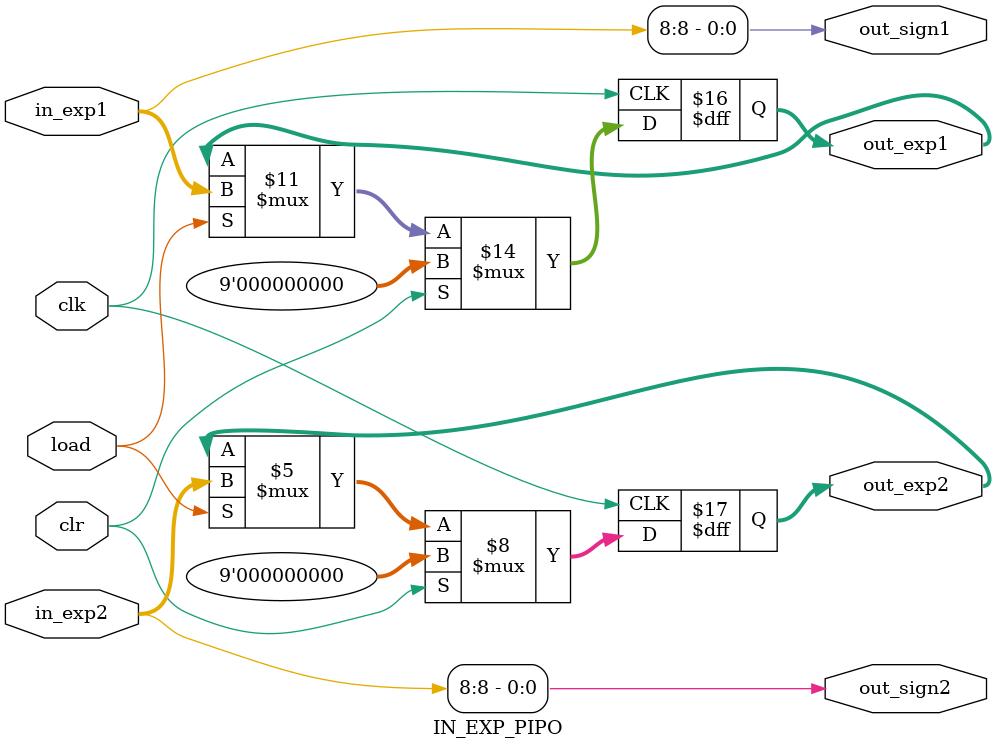
<source format=v>
`timescale 1ns / 1ps


module IN_EXP_PIPO(
    output reg [8:0] out_exp1,
    output reg [8:0] out_exp2,
    output wire out_sign1,
    output wire out_sign2,

    input wire [8:0] in_exp1,
    input wire [8:0] in_exp2,
    input wire clk,
    input wire clr,
    input wire load
    );

    always @(posedge clk) begin
        if(clr==1) begin
            out_exp1<= 8'd0;
            out_exp2<= 8'd0;
        end
        else if(load==1) begin
            out_exp1<= in_exp1;
            out_exp2<= in_exp2;
        end
        else begin
            out_exp1<= out_exp1;
            out_exp2<= out_exp2;
        end
    end

    assign out_sign1= in_exp1[8];
    assign out_sign2= in_exp2[8];
endmodule

</source>
